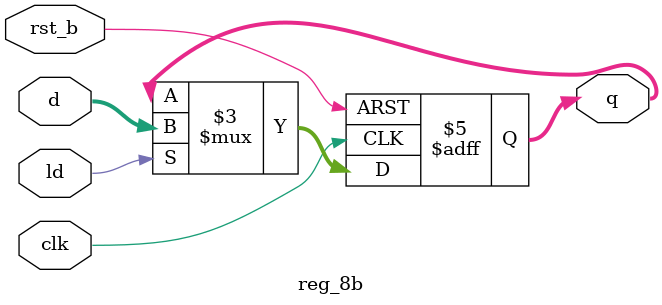
<source format=v>
module reg_8b (
  input clk,
  input rst_b,//asynch
  input ld,
  input [7:0] d,
  output reg [7:0] q
);

  always @ (posedge clk or negedge rst_b)
    if (!rst_b) q <= 8'd0;
    else if (ld) q <= d;
endmodule
</source>
